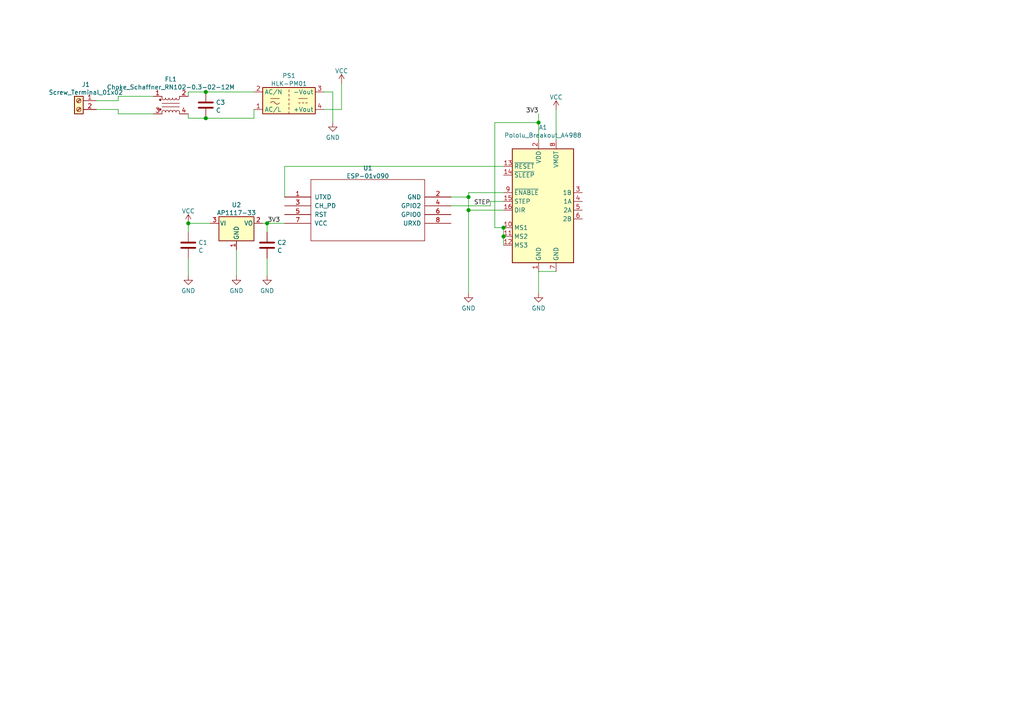
<source format=kicad_sch>
(kicad_sch (version 20210126) (generator eeschema)
  (paper "A4")
  (lib_symbols
    (symbol "Connector:Screw_Terminal_01x02" (pin_names (offset 1.016) hide)
      (property "Reference" "J" (at 0 2.54 0))
      (property "Value" "Screw_Terminal_01x02" (at 0 -5.08 0))
      (symbol "Screw_Terminal_01x02_1_1"
        (circle (center 0 -2.54) (radius 0.635) (stroke (width 0.1524)))
        (circle (center 0 0) (radius 0.635) (stroke (width 0.1524)))
        (rectangle (start -1.27 1.27) (end 1.27 -3.81) (stroke (width 0.254)) (fill (type background)))
        (polyline (pts (xy -0.5334 -2.2098) (xy 0.3302 -3.048)) (stroke (width 0.1524)))
        (polyline (pts (xy -0.5334 0.3302) (xy 0.3302 -0.508)) (stroke (width 0.1524)))
        (polyline (pts (xy -0.3556 -2.032) (xy 0.508 -2.8702)) (stroke (width 0.1524)))
        (polyline (pts (xy -0.3556 0.508) (xy 0.508 -0.3302)) (stroke (width 0.1524)))
        (pin passive line (at -5.08 0 0) (length 3.81) (name "Pin_1") (number "1"))
        (pin passive line (at -5.08 -2.54 0) (length 3.81) (name "Pin_2") (number "2"))
      )
    )
    (symbol "Converter_ACDC:HLK-PM01"
      (property "Reference" "PS" (at 0 5.08 0))
      (property "Value" "HLK-PM01" (at 0 -5.08 0))
      (symbol "HLK-PM01_0_1"
        (arc (start -5.334 0.635) (end -4.064 0.635) (radius (at -4.699 0.9652) (length 0.7112) (angles -152.5 -27.5)))
        (arc (start -2.794 0.635) (end -4.064 0.635) (radius (at -3.429 0.2794) (length 0.7366) (angles 29.2 150.8)))
        (rectangle (start -7.62 3.81) (end 7.62 -3.81) (stroke (width 0.254)) (fill (type background)))
        (polyline (pts (xy -5.334 -0.635) (xy -2.794 -0.635)))
        (polyline (pts (xy 0 -2.54) (xy 0 -3.175)))
        (polyline (pts (xy 0 -1.27) (xy 0 -1.905)))
        (polyline (pts (xy 0 0) (xy 0 -0.635)))
        (polyline (pts (xy 0 1.27) (xy 0 0.635)))
        (polyline (pts (xy 0 2.54) (xy 0 1.905)))
        (polyline (pts (xy 0 3.81) (xy 0 3.175)))
        (polyline (pts (xy 2.794 -0.635) (xy 5.334 -0.635)))
        (polyline (pts (xy 2.794 0.635) (xy 3.302 0.635)))
        (polyline (pts (xy 3.81 0.635) (xy 4.318 0.635)))
        (polyline (pts (xy 4.826 0.635) (xy 5.334 0.635)))
      )
      (symbol "HLK-PM01_1_1"
        (pin power_in line (at -10.16 2.54 0) (length 2.54) (name "AC/L") (number "1"))
        (pin power_in line (at -10.16 -2.54 0) (length 2.54) (name "AC/N") (number "2"))
        (pin power_out line (at 10.16 -2.54 180) (length 2.54) (name "-Vout") (number "3"))
        (pin power_out line (at 10.16 2.54 180) (length 2.54) (name "+Vout") (number "4"))
      )
    )
    (symbol "Device:C" (pin_numbers hide) (pin_names (offset 0.254))
      (property "Reference" "C" (at 0.635 2.54 0))
      (property "Value" "C" (at 0.635 -2.54 0))
      (symbol "C_0_1"
        (polyline (pts (xy -2.032 -0.762) (xy 2.032 -0.762)) (stroke (width 0.508)))
        (polyline (pts (xy -2.032 0.762) (xy 2.032 0.762)) (stroke (width 0.508)))
      )
      (symbol "C_1_1"
        (pin passive line (at 0 3.81 270) (length 2.794) (name "~") (number "1"))
        (pin passive line (at 0 -3.81 90) (length 2.794) (name "~") (number "2"))
      )
    )
    (symbol "Driver_Motor:Pololu_Breakout_A4988"
      (property "Reference" "A" (at -2.54 19.05 0))
      (property "Value" "Pololu_Breakout_A4988" (at -2.54 16.51 0))
      (symbol "Pololu_Breakout_A4988_0_1"
        (rectangle (start 10.16 -17.78) (end -7.62 15.24) (stroke (width 0.254)) (fill (type background)))
      )
      (symbol "Pololu_Breakout_A4988_1_1"
        (pin power_in line (at 0 -20.32 90) (length 2.54) (name "GND") (number "1"))
        (pin input line (at -10.16 -7.62 0) (length 2.54) (name "MS1") (number "10"))
        (pin input line (at -10.16 -10.16 0) (length 2.54) (name "MS2") (number "11"))
        (pin input line (at -10.16 -12.7 0) (length 2.54) (name "MS3") (number "12"))
        (pin input line (at -10.16 10.16 0) (length 2.54) (name "~RESET") (number "13"))
        (pin input line (at -10.16 7.62 0) (length 2.54) (name "~SLEEP") (number "14"))
        (pin input line (at -10.16 0 0) (length 2.54) (name "STEP") (number "15"))
        (pin input line (at -10.16 -2.54 0) (length 2.54) (name "DIR") (number "16"))
        (pin power_in line (at 0 17.78 270) (length 2.54) (name "VDD") (number "2"))
        (pin output line (at 12.7 2.54 180) (length 2.54) (name "1B") (number "3"))
        (pin output line (at 12.7 0 180) (length 2.54) (name "1A") (number "4"))
        (pin output line (at 12.7 -2.54 180) (length 2.54) (name "2A") (number "5"))
        (pin output line (at 12.7 -5.08 180) (length 2.54) (name "2B") (number "6"))
        (pin power_in line (at 5.08 -20.32 90) (length 2.54) (name "GND") (number "7"))
        (pin power_in line (at 5.08 17.78 270) (length 2.54) (name "VMOT") (number "8"))
        (pin input line (at -10.16 2.54 0) (length 2.54) (name "~ENABLE") (number "9"))
      )
    )
    (symbol "ESP:ESP-01v090" (pin_names (offset 1.016))
      (property "Reference" "U" (at 0 -2.54 0))
      (property "Value" "ESP-01v090" (at 0 2.54 0))
      (symbol "ESP-01v090_1_0"
        (rectangle (start -16.51 -8.89) (end 16.51 8.89))
      )
      (symbol "ESP-01v090_1_1"
        (pin output line (at -24.13 3.81 0) (length 7.62) (name "UTXD") (number "1"))
        (pin power_in line (at 24.13 3.81 180) (length 7.62) (name "GND") (number "2"))
        (pin input line (at -24.13 1.27 0) (length 7.62) (name "CH_PD") (number "3"))
        (pin tri_state line (at 24.13 1.27 180) (length 7.62) (name "GPIO2") (number "4"))
        (pin input line (at -24.13 -1.27 0) (length 7.62) (name "RST") (number "5"))
        (pin tri_state line (at 24.13 -1.27 180) (length 7.62) (name "GPIO0") (number "6"))
        (pin power_in line (at -24.13 -3.81 0) (length 7.62) (name "VCC") (number "7"))
        (pin input line (at 24.13 -3.81 180) (length 7.62) (name "URXD") (number "8"))
      )
    )
    (symbol "Filter:Choke_Schaffner_RN102-0.3-02-12M" (pin_names hide)
      (property "Reference" "FL" (at 0 5.08 0))
      (property "Value" "Choke_Schaffner_RN102-0.3-02-12M" (at 0 -5.08 0))
      (symbol "Choke_Schaffner_RN102-0.3-02-12M_1_1"
        (arc (start -1.524 -2.032) (end -2.54 -2.032) (radius (at -2.032 -2.032) (length 0.508) (angles 0.1 179.9)))
        (arc (start -2.54 2.032) (end -1.524 2.032) (radius (at -2.032 2.032) (length 0.508) (angles -179.9 -0.1)))
        (arc (start -0.508 -2.032) (end -1.524 -2.032) (radius (at -1.016 -2.032) (length 0.508) (angles 0.1 179.9)))
        (arc (start -1.524 2.032) (end -0.508 2.032) (radius (at -1.016 2.032) (length 0.508) (angles -179.9 -0.1)))
        (arc (start 0.508 -2.032) (end -0.508 -2.032) (radius (at 0 -2.032) (length 0.508) (angles 0.1 179.9)))
        (arc (start -0.508 2.032) (end 0.508 2.032) (radius (at 0 2.032) (length 0.508) (angles -179.9 -0.1)))
        (arc (start 1.524 -2.032) (end 0.508 -2.032) (radius (at 1.016 -2.032) (length 0.508) (angles 0.1 179.9)))
        (arc (start 0.508 2.032) (end 1.524 2.032) (radius (at 1.016 2.032) (length 0.508) (angles -179.9 -0.1)))
        (arc (start 2.54 -2.032) (end 1.524 -2.032) (radius (at 2.032 -2.032) (length 0.508) (angles 0.1 179.9)))
        (arc (start 1.524 2.032) (end 2.54 2.032) (radius (at 2.032 2.032) (length 0.508) (angles -179.9 -0.1)))
        (circle (center -3.048 -1.27) (radius 0.254) (fill (type outline)))
        (circle (center -3.048 1.524) (radius 0.254) (fill (type outline)))
        (polyline (pts (xy -2.54 -2.032) (xy -2.54 -2.54)))
        (polyline (pts (xy -2.54 0.508) (xy 2.54 0.508)))
        (polyline (pts (xy -2.54 2.032) (xy -2.54 2.54)))
        (polyline (pts (xy 2.54 -2.032) (xy 2.54 -2.54)))
        (polyline (pts (xy 2.54 -0.508) (xy -2.54 -0.508)))
        (polyline (pts (xy 2.54 2.54) (xy 2.54 2.032)))
        (pin passive line (at -5.08 2.54 0) (length 2.54) (name "1") (number "1"))
        (pin passive line (at 5.08 2.54 180) (length 2.54) (name "2") (number "2"))
        (pin passive line (at -5.08 -2.54 0) (length 2.54) (name "3") (number "3"))
        (pin passive line (at 5.08 -2.54 180) (length 2.54) (name "4") (number "4"))
      )
    )
    (symbol "Regulator_Linear:AP1117-33" (pin_names (offset 0.254))
      (property "Reference" "U" (at -3.81 3.175 0))
      (property "Value" "AP1117-33" (at 0 3.175 0))
      (symbol "AP1117-33_0_1"
        (rectangle (start -5.08 -5.08) (end 5.08 1.905) (stroke (width 0.254)) (fill (type background)))
      )
      (symbol "AP1117-33_1_1"
        (pin power_in line (at 0 -7.62 90) (length 2.54) (name "GND") (number "1"))
        (pin power_out line (at 7.62 0 180) (length 2.54) (name "VO") (number "2"))
        (pin power_in line (at -7.62 0 0) (length 2.54) (name "VI") (number "3"))
      )
    )
    (symbol "power:GND" (power) (pin_names (offset 0))
      (property "Value" "GND" (at 0 -3.81 0))
      (symbol "GND_0_1"
        (polyline (pts (xy 0 0) (xy 0 -1.27) (xy 1.27 -1.27) (xy 0 -2.54) (xy -1.27 -1.27) (xy 0 -1.27)))
      )
      (symbol "GND_1_1"
        (pin power_in line (at 0 0 270) (length 0) hide (name "GND") (number "1"))
      )
    )
    (symbol "power:VCC" (power) (pin_names (offset 0))
      (property "Value" "VCC" (at 0 3.81 0))
      (symbol "VCC_0_1"
        (polyline (pts (xy -0.762 1.27) (xy 0 2.54)))
        (polyline (pts (xy 0 0) (xy 0 2.54)))
        (polyline (pts (xy 0 2.54) (xy 0.762 1.27)))
      )
      (symbol "VCC_1_1"
        (pin power_in line (at 0 0 90) (length 0) hide (name "VCC") (number "1"))
      )
    )
  )
  (junction (at 54.61 64.77) (diameter 1.016))
  (junction (at 59.69 26.67) (diameter 1.016))
  (junction (at 59.69 34.29) (diameter 1.016))
  (junction (at 77.47 64.77) (diameter 1.016))
  (junction (at 135.89 57.15) (diameter 1.016))
  (junction (at 135.89 60.96) (diameter 1.016))
  (junction (at 146.05 66.04) (diameter 1.016))
  (junction (at 146.05 68.58) (diameter 1.016))
  (junction (at 156.21 35.56) (diameter 1.016))
  (wire (pts (xy 27.94 29.21) (xy 34.29 29.21)))
  (wire (pts (xy 27.94 31.75) (xy 34.29 31.75)))
  (wire (pts (xy 34.29 27.94) (xy 44.45 27.94)))
  (wire (pts (xy 34.29 29.21) (xy 34.29 27.94)))
  (wire (pts (xy 34.29 31.75) (xy 34.29 33.02)))
  (wire (pts (xy 34.29 33.02) (xy 44.45 33.02)))
  (wire (pts (xy 54.61 26.67) (xy 54.61 27.94)))
  (wire (pts (xy 54.61 26.67) (xy 59.69 26.67)))
  (wire (pts (xy 54.61 33.02) (xy 54.61 34.29)))
  (wire (pts (xy 54.61 34.29) (xy 59.69 34.29)))
  (wire (pts (xy 54.61 64.77) (xy 54.61 67.31)))
  (wire (pts (xy 54.61 64.77) (xy 60.96 64.77)))
  (wire (pts (xy 54.61 74.93) (xy 54.61 80.01)))
  (wire (pts (xy 59.69 26.67) (xy 73.66 26.67)))
  (wire (pts (xy 68.58 72.39) (xy 68.58 80.01)))
  (wire (pts (xy 73.66 31.75) (xy 73.66 34.29)))
  (wire (pts (xy 73.66 34.29) (xy 59.69 34.29)))
  (wire (pts (xy 76.2 64.77) (xy 77.47 64.77)))
  (wire (pts (xy 77.47 64.77) (xy 77.47 67.31)))
  (wire (pts (xy 77.47 64.77) (xy 82.55 64.77)))
  (wire (pts (xy 77.47 74.93) (xy 77.47 80.01)))
  (wire (pts (xy 82.55 48.26) (xy 82.55 57.15)))
  (wire (pts (xy 93.98 26.67) (xy 96.52 26.67)))
  (wire (pts (xy 93.98 31.75) (xy 99.06 31.75)))
  (wire (pts (xy 96.52 26.67) (xy 96.52 35.56)))
  (wire (pts (xy 99.06 31.75) (xy 99.06 24.13)))
  (wire (pts (xy 130.81 57.15) (xy 135.89 57.15)))
  (wire (pts (xy 130.81 59.69) (xy 142.24 59.69)))
  (wire (pts (xy 135.89 55.88) (xy 135.89 57.15)))
  (wire (pts (xy 135.89 57.15) (xy 135.89 60.96)))
  (wire (pts (xy 135.89 60.96) (xy 135.89 85.09)))
  (wire (pts (xy 135.89 60.96) (xy 146.05 60.96)))
  (wire (pts (xy 142.24 58.42) (xy 146.05 58.42)))
  (wire (pts (xy 142.24 59.69) (xy 142.24 58.42)))
  (wire (pts (xy 143.51 35.56) (xy 143.51 66.04)))
  (wire (pts (xy 143.51 35.56) (xy 156.21 35.56)))
  (wire (pts (xy 146.05 48.26) (xy 82.55 48.26)))
  (wire (pts (xy 146.05 55.88) (xy 135.89 55.88)))
  (wire (pts (xy 146.05 66.04) (xy 143.51 66.04)))
  (wire (pts (xy 146.05 66.04) (xy 146.05 68.58)))
  (wire (pts (xy 146.05 68.58) (xy 146.05 71.12)))
  (wire (pts (xy 156.21 33.02) (xy 156.21 35.56)))
  (wire (pts (xy 156.21 35.56) (xy 156.21 40.64)))
  (wire (pts (xy 156.21 78.74) (xy 156.21 85.09)))
  (wire (pts (xy 156.21 78.74) (xy 161.29 78.74)))
  (wire (pts (xy 161.29 31.75) (xy 161.29 40.64)))
  (label "3V3" (at 81.28 64.77 180))
  (label "STEP" (at 142.24 59.69 180))
  (label "3V3" (at 156.21 33.02 180))
  (symbol (lib_id "power:VCC") (at 54.61 64.77 0) (unit 1)
    (property "Reference" "#PWR02" (effects hide))
    (property "Value" "VCC" (at 54.61 61.2226 0))
  )
  (symbol (lib_id "power:VCC") (at 99.06 24.13 0) (unit 1)
    (property "Reference" "#PWR0102" (effects hide))
    (property "Value" "VCC" (at 99.06 20.5826 0))
  )
  (symbol (lib_id "power:VCC") (at 161.29 31.75 0) (unit 1)
    (property "Reference" "#PWR01" (effects hide))
    (property "Value" "VCC" (at 161.29 28.2026 0))
  )
  (symbol (lib_id "power:GND") (at 54.61 80.01 0) (unit 1)
    (property "Reference" "#PWR03" (effects hide))
    (property "Value" "GND" (at 54.61 84.3344 0))
  )
  (symbol (lib_id "power:GND") (at 68.58 80.01 0) (unit 1)
    (property "Reference" "#PWR04" (effects hide))
    (property "Value" "GND" (at 68.58 84.3344 0))
  )
  (symbol (lib_id "power:GND") (at 77.47 80.01 0) (unit 1)
    (property "Reference" "#PWR05" (effects hide))
    (property "Value" "GND" (at 77.47 84.3344 0))
  )
  (symbol (lib_id "power:GND") (at 96.52 35.56 0) (unit 1)
    (property "Reference" "#PWR0101" (effects hide))
    (property "Value" "GND" (at 96.52 39.8844 0))
  )
  (symbol (lib_id "power:GND") (at 135.89 85.09 0) (unit 1)
    (property "Reference" "#PWR06" (effects hide))
    (property "Value" "GND" (at 135.89 89.4144 0))
  )
  (symbol (lib_id "power:GND") (at 156.21 85.09 0) (unit 1)
    (property "Reference" "#PWR07" (effects hide))
    (property "Value" "GND" (at 156.21 89.4144 0))
  )
  (symbol (lib_id "Connector:Screw_Terminal_01x02") (at 22.86 29.21 0) (mirror y) (unit 1)
    (property "Reference" "J1" (at 24.892 24.5068 0))
    (property "Value" "Screw_Terminal_01x02" (at 24.892 26.8055 0))
    (property "Footprint" "TerminalBlock_Phoenix:TerminalBlock_Phoenix_MKDS-1,5-2_1x02_P5.00mm_Horizontal" (effects hide))
  )
  (symbol (lib_id "Device:C") (at 54.61 71.12 0) (unit 1)
    (property "Reference" "C1" (at 57.5311 70.3591 0) (effects (justify left)))
    (property "Value" "C" (at 57.5311 72.6578 0) (effects (justify left)))
    (property "Footprint" "Capacitor_SMD:C_0805_2012Metric" (effects hide))
  )
  (symbol (lib_id "Device:C") (at 59.69 30.48 0) (mirror y) (unit 1)
    (property "Reference" "C3" (at 62.6111 29.7191 0) (effects (justify right)))
    (property "Value" "C" (at 62.6111 32.0178 0) (effects (justify right)))
    (property "Footprint" "Capacitor_THT:C_Rect_L13.0mm_W6.0mm_P10.00mm_FKS3_FKP3_MKS4" (effects hide))
  )
  (symbol (lib_id "Device:C") (at 77.47 71.12 0) (unit 1)
    (property "Reference" "C2" (at 80.3911 70.3591 0) (effects (justify left)))
    (property "Value" "C" (at 80.3911 72.6578 0) (effects (justify left)))
    (property "Footprint" "Capacitor_SMD:C_0805_2012Metric" (effects hide))
  )
  (symbol (lib_id "Filter:Choke_Schaffner_RN102-0.3-02-12M") (at 49.53 30.48 0) (unit 1)
    (property "Reference" "FL1" (at 49.53 22.9828 0))
    (property "Value" "Choke_Schaffner_RN102-0.3-02-12M" (at 49.53 25.2815 0))
    (property "Footprint" "Inductor_THT:Choke_Schaffner_RN102-04-14.0x14.0mm" (effects hide))
    (property "Datasheet" "https://www.schaffner.com/products/download/product/datasheet/rn-series-common-mode-chokes-new/" (effects hide))
  )
  (symbol (lib_id "Regulator_Linear:AP1117-33") (at 68.58 64.77 0) (unit 1)
    (property "Reference" "U2" (at 68.58 59.4318 0))
    (property "Value" "AP1117-33" (at 68.58 61.7305 0))
    (property "Footprint" "Package_TO_SOT_SMD:SOT-223-3_TabPin2" (effects hide))
    (property "Datasheet" "http://www.diodes.com/datasheets/AP1117.pdf" (effects hide))
  )
  (symbol (lib_id "Converter_ACDC:HLK-PM01") (at 83.82 29.21 0) (mirror x) (unit 1)
    (property "Reference" "PS1" (at 83.82 21.9668 0))
    (property "Value" "HLK-PM01" (at 83.82 24.2655 0))
    (property "Footprint" "Converter_ACDC:Converter_ACDC_HiLink_HLK-2Mxx" (effects hide))
    (property "Datasheet" "http://www.hlktech.net/product_detail.php?ProId=54" (effects hide))
  )
  (symbol (lib_id "ESP:ESP-01v090") (at 106.68 60.96 0) (unit 1)
    (property "Reference" "U1" (at 106.68 48.7638 0))
    (property "Value" "ESP-01v090" (at 106.68 51.0625 0))
    (property "Footprint" "ESP:ESP-01" (effects hide))
    (property "Datasheet" "http://l0l.org.uk/2014/12/esp8266-modules-hardware-guide-gotta-catch-em-all/" (effects hide))
  )
  (symbol (lib_id "Driver_Motor:Pololu_Breakout_A4988") (at 156.21 58.42 0) (unit 1)
    (property "Reference" "A1" (at 157.48 36.9528 0))
    (property "Value" "Pololu_Breakout_A4988" (at 157.48 39.2515 0))
    (property "Footprint" "Module:Pololu_Breakout-16_15.2x20.3mm" (effects hide))
    (property "Datasheet" "https://www.pololu.com/product/2980/pictures" (effects hide))
  )
)
</source>
